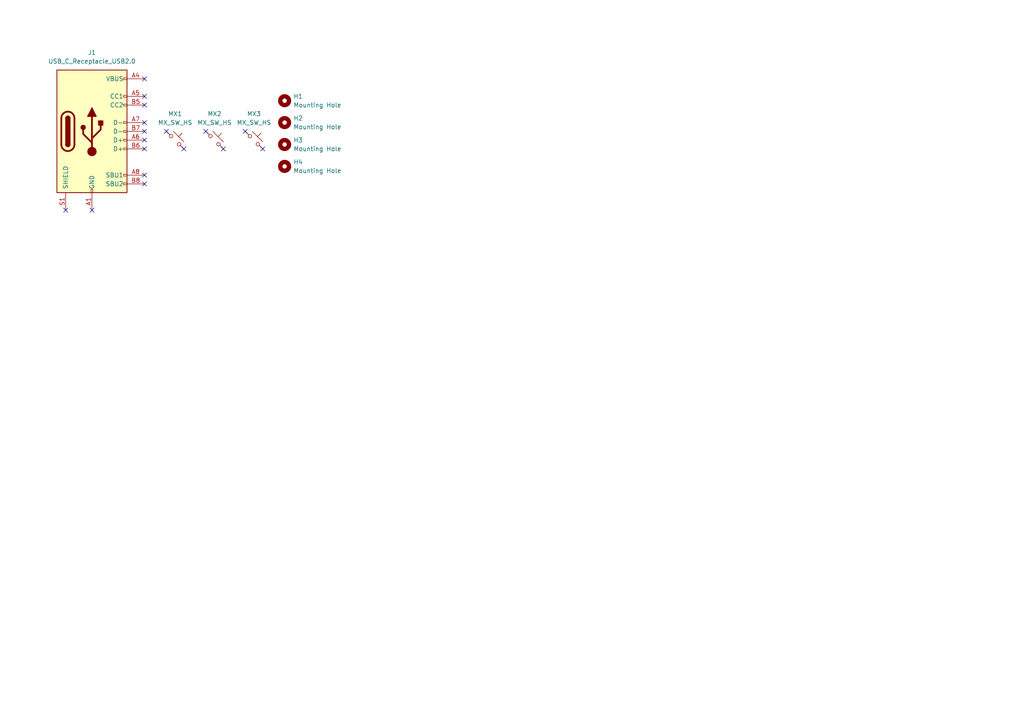
<source format=kicad_sch>
(kicad_sch (version 20231120) (generator "eeschema") (generator_version "8.0")
  (paper "A4")
  (lib_symbols
    (symbol "Connector:USB_C_Receptacle_USB2.0_16P" (pin_names (offset 1.016))
      (property "Reference" "J" (at 0 22.225 0))
      (property "Value" "USB_C_Receptacle_USB2.0_16P" (at 0 19.685 0))
      (symbol "USB_C_Receptacle_USB2.0_16P_0_0"
        (rectangle (start -0.254 -17.78) (end 0.254 -16.764))
        (rectangle (start 10.16 -14.986) (end 9.144 -15.494))
        (rectangle (start 10.16 -12.446) (end 9.144 -12.954))
        (rectangle (start 10.16 -4.826) (end 9.144 -5.334))
        (rectangle (start 10.16 -2.286) (end 9.144 -2.794))
        (rectangle (start 10.16 0.254) (end 9.144 -0.254))
        (rectangle (start 10.16 2.794) (end 9.144 2.286))
        (rectangle (start 10.16 7.874) (end 9.144 7.366))
        (rectangle (start 10.16 10.414) (end 9.144 9.906))
        (rectangle (start 10.16 15.494) (end 9.144 14.986))
      )
      (symbol "USB_C_Receptacle_USB2.0_16P_0_1"
        (rectangle (start -10.16 17.78) (end 10.16 -17.78) (stroke (width 0.254)) (fill (type background)))
        (arc (start -8.89 -3.81) (mid -6.985 -5.7067) (end -5.08 -3.81) (stroke (width 0.508)))
        (arc (start -7.62 -3.81) (mid -6.985 -4.4423) (end -6.35 -3.81) (stroke (width 0.254)))
        (arc (start -7.62 -3.81) (mid -6.985 -4.4423) (end -6.35 -3.81) (stroke (width 0.254)) (fill (type outline)))
        (rectangle (start -7.62 -3.81) (end -6.35 3.81) (stroke (width 0.254)) (fill (type outline)))
        (arc (start -6.35 3.81) (mid -6.985 4.4423) (end -7.62 3.81) (stroke (width 0.254)))
        (arc (start -6.35 3.81) (mid -6.985 4.4423) (end -7.62 3.81) (stroke (width 0.254)) (fill (type outline)))
        (arc (start -5.08 3.81) (mid -6.985 5.7067) (end -8.89 3.81) (stroke (width 0.508)))
        (circle (center -2.54 1.143) (radius 0.635) (stroke (width 0.254)) (fill (type outline)))
        (circle (center 0 -5.842) (radius 1.27) (fill (type outline)))
        (polyline (pts (xy -8.89 -3.81) (xy -8.89 3.81)) (stroke (width 0.508)))
        (polyline (pts (xy -5.08 3.81) (xy -5.08 -3.81)) (stroke (width 0.508)))
        (polyline (pts (xy 0 -5.842) (xy 0 4.318)) (stroke (width 0.508)))
        (polyline (pts (xy 0 -3.302) (xy -2.54 -0.762) (xy -2.54 0.508)) (stroke (width 0.508)))
        (polyline (pts (xy 0 -2.032) (xy 2.54 0.508) (xy 2.54 1.778)) (stroke (width 0.508)))
        (polyline (pts (xy -1.27 4.318) (xy 0 6.858) (xy 1.27 4.318) (xy -1.27 4.318)) (stroke (width 0.254)) (fill (type outline)))
        (rectangle (start 1.905 1.778) (end 3.175 3.048) (stroke (width 0.254)) (fill (type outline)))
      )
      (symbol "USB_C_Receptacle_USB2.0_16P_1_1"
        (pin passive line (at 0 -22.86 90) (length 5.08) (name "GND") (number "A1"))
        (pin passive line (at 0 -22.86 90) (length 5.08) hide (name "GND") (number "A12"))
        (pin passive line (at 15.24 15.24 180) (length 5.08) (name "VBUS") (number "A4"))
        (pin bidirectional line (at 15.24 10.16 180) (length 5.08) (name "CC1") (number "A5"))
        (pin bidirectional line (at 15.24 -2.54 180) (length 5.08) (name "D+") (number "A6"))
        (pin bidirectional line (at 15.24 2.54 180) (length 5.08) (name "D-") (number "A7"))
        (pin bidirectional line (at 15.24 -12.7 180) (length 5.08) (name "SBU1") (number "A8"))
        (pin passive line (at 15.24 15.24 180) (length 5.08) hide (name "VBUS") (number "A9"))
        (pin passive line (at 0 -22.86 90) (length 5.08) hide (name "GND") (number "B1"))
        (pin passive line (at 0 -22.86 90) (length 5.08) hide (name "GND") (number "B12"))
        (pin passive line (at 15.24 15.24 180) (length 5.08) hide (name "VBUS") (number "B4"))
        (pin bidirectional line (at 15.24 7.62 180) (length 5.08) (name "CC2") (number "B5"))
        (pin bidirectional line (at 15.24 -5.08 180) (length 5.08) (name "D+") (number "B6"))
        (pin bidirectional line (at 15.24 0 180) (length 5.08) (name "D-") (number "B7"))
        (pin bidirectional line (at 15.24 -15.24 180) (length 5.08) (name "SBU2") (number "B8"))
        (pin passive line (at 15.24 15.24 180) (length 5.08) hide (name "VBUS") (number "B9"))
        (pin passive line (at -7.62 -22.86 90) (length 5.08) (name "SHIELD") (number "S1"))
      )
    )
    (symbol "Mechanical:MountingHole" (pin_names (offset 1.016))
      (property "Reference" "H" (at 0 5.08 0))
      (property "Value" "MountingHole" (at 0 3.175 0))
      (symbol "MountingHole_0_1"
        (circle (center 0 0) (radius 1.27) (stroke (width 1.27)))
      )
    )
    (symbol "PCM_marbastlib-mx:MX_SW_HS_CPG151101S11" (pin_numbers hide) (pin_names (offset 1.016) hide)
      (property "Reference" "MX" (at 3.048 1.016 0))
      (property "Value" "MX_SW_HS" (at 0 -3.81 0))
      (symbol "MX_SW_HS_CPG151101S11_0_1"
        (circle (center -1.1684 1.1684) (radius 0.508))
        (polyline (pts (xy -0.508 2.54) (xy 2.54 -0.508)))
        (polyline (pts (xy 1.016 1.016) (xy 2.032 2.032)))
        (polyline (pts (xy -2.54 2.54) (xy -1.524 1.524) (xy -1.524 1.524)))
        (polyline (pts (xy 1.524 -1.524) (xy 2.54 -2.54) (xy 2.54 -2.54) (xy 2.54 -2.54)))
        (circle (center 1.143 -1.1938) (radius 0.508))
        (pin passive line (at -2.54 2.54 0) (length 0) (name "1") (number "1"))
        (pin passive line (at 2.54 -2.54 180) (length 0) (name "2") (number "2"))
      )
    )
  )
  (no_connect (at 59.69 38.1))
  (no_connect (at 53.34 43.18))
  (no_connect (at 41.91 43.18))
  (no_connect (at 26.67 60.96))
  (no_connect (at 41.91 40.64))
  (no_connect (at 41.91 38.1))
  (no_connect (at 41.91 22.86))
  (no_connect (at 41.91 27.94))
  (no_connect (at 71.12 38.1))
  (no_connect (at 41.91 53.34))
  (no_connect (at 48.26 38.1))
  (no_connect (at 64.77 43.18))
  (no_connect (at 19.05 60.96))
  (no_connect (at 76.2 43.18))
  (no_connect (at 41.91 50.8))
  (no_connect (at 41.91 35.56))
  (no_connect (at 41.91 30.48))
  (symbol (lib_id "PCM_marbastlib-mx:MX_SW_HS_CPG151101S11") (at 50.8 40.64 0) (unit 1)
    (property "Reference" "MX1" (at 50.8 33.02 0))
    (property "Value" "MX_SW_HS" (at 50.8 35.56 0))
    (property "Footprint" "PCM_marbastlib-mx:SW_MX_HS_CPG151101S11_1u" (effects (hide yes)))
    (property "Description" "Push button switch, normally open, two pins, 45° tilted, Kailh CPG151101S11 for Cherry MX style switches" (effects (hide yes)))
  )
  (symbol (lib_id "Mechanical:MountingHole") (at 82.55 48.26 0) (unit 1)
    (property "Reference" "H4" (at 85.09 46.99 0) (effects (justify left)))
    (property "Value" "Mounting Hole" (at 85.09 49.53 0) (effects (justify left)))
    (property "Footprint" "MountingHole:MountingHole_2.2mm_M2_Pad" (effects (hide yes)))
    (property "Description" "Mounting Hole without connection" (effects (hide yes)))
  )
  (symbol (lib_id "Mechanical:MountingHole") (at 82.55 41.91 0) (unit 1)
    (property "Reference" "H3" (at 85.09 40.64 0) (effects (justify left)))
    (property "Value" "Mounting Hole" (at 85.09 43.18 0) (effects (justify left)))
    (property "Footprint" "MountingHole:MountingHole_2.2mm_M2_Pad" (effects (hide yes)))
    (property "Description" "Mounting Hole without connection" (effects (hide yes)))
  )
  (symbol (lib_id "Mechanical:MountingHole") (at 82.55 29.21 0) (unit 1)
    (property "Reference" "H1" (at 85.09 27.94 0) (effects (justify left)))
    (property "Value" "Mounting Hole" (at 85.09 30.48 0) (effects (justify left)))
    (property "Footprint" "MountingHole:MountingHole_2.2mm_M2_Pad" (effects (hide yes)))
    (property "Description" "Mounting Hole without connection" (effects (hide yes)))
  )
  (symbol (lib_id "Connector:USB_C_Receptacle_USB2.0_16P") (at 26.67 38.1 0) (unit 1)
    (property "Reference" "J1" (at 26.67 15.24 0))
    (property "Value" "USB_C_Receptacle_USB2.0" (at 26.67 17.78 0))
    (property "Footprint" "PCM_marbastlib-various:USB_C_Receptacle_HRO_TYPE-C-31-M-12" (effects (hide yes)))
    (property "Datasheet" "https://www.usb.org/sites/default/files/documents/usb_type-c.zip" (effects (hide yes)))
    (property "Description" "USB 2.0-only 16P Type-C Receptacle connector" (effects (hide yes)))
  )
  (symbol (lib_id "PCM_marbastlib-mx:MX_SW_HS_CPG151101S11") (at 62.23 40.64 0) (unit 1)
    (property "Reference" "MX2" (at 62.23 33.02 0))
    (property "Value" "MX_SW_HS" (at 62.23 35.56 0))
    (property "Footprint" "PCM_marbastlib-mx:SW_MX_HS_CPG151101S11_1u" (effects (hide yes)))
    (property "Description" "Push button switch, normally open, two pins, 45° tilted, Kailh CPG151101S11 for Cherry MX style switches" (effects (hide yes)))
  )
  (symbol (lib_id "PCM_marbastlib-mx:MX_SW_HS_CPG151101S11") (at 73.66 40.64 0) (unit 1)
    (property "Reference" "MX3" (at 73.66 33.02 0))
    (property "Value" "MX_SW_HS" (at 73.66 35.56 0))
    (property "Footprint" "PCM_marbastlib-mx:SW_MX_HS_CPG151101S11_1u" (effects (hide yes)))
    (property "Description" "Push button switch, normally open, two pins, 45° tilted, Kailh CPG151101S11 for Cherry MX style switches" (effects (hide yes)))
  )
  (symbol (lib_id "Mechanical:MountingHole") (at 82.55 35.56 0) (unit 1)
    (property "Reference" "H2" (at 85.09 34.29 0) (effects (justify left)))
    (property "Value" "Mounting Hole" (at 85.09 36.83 0) (effects (justify left)))
    (property "Footprint" "MountingHole:MountingHole_2.2mm_M2_Pad" (effects (hide yes)))
    (property "Description" "Mounting Hole without connection" (effects (hide yes)))
  )
)
</source>
